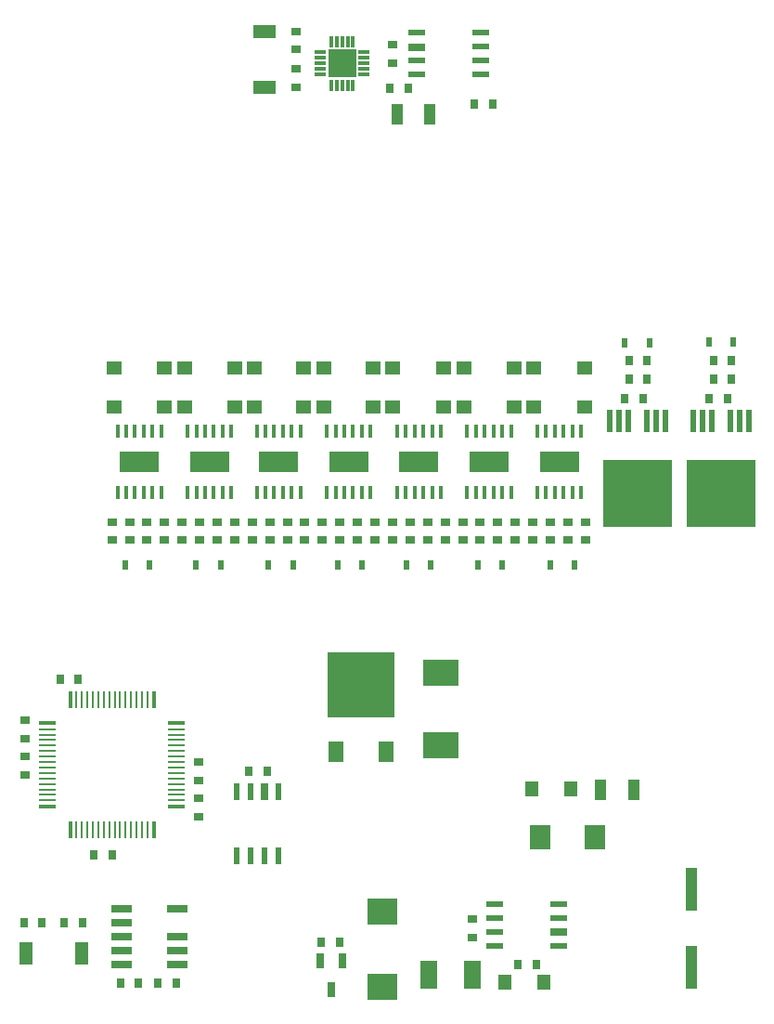
<source format=gtp>
G04 #@! TF.GenerationSoftware,KiCad,Pcbnew,(5.0.0-rc2-dev-130-g0bdae22af-dirty)*
G04 #@! TF.CreationDate,2018-10-04T20:05:19+03:00*
G04 #@! TF.ProjectId,ccu,6363752E6B696361645F706362000000,rev?*
G04 #@! TF.SameCoordinates,Original*
G04 #@! TF.FileFunction,Paste,Top*
G04 #@! TF.FilePolarity,Positive*
%FSLAX46Y46*%
G04 Gerber Fmt 4.6, Leading zero omitted, Abs format (unit mm)*
G04 Created by KiCad (PCBNEW (5.0.0-rc2-dev-130-g0bdae22af-dirty)) date Thu Oct  4 20:05:19 2018*
%MOMM*%
%LPD*%
G01*
G04 APERTURE LIST*
%ADD10R,0.700000X1.350000*%
%ADD11R,0.939800X0.762000*%
%ADD12R,0.762000X0.939800*%
%ADD13R,1.399540X1.297940*%
%ADD14R,0.400000X1.200000*%
%ADD15R,3.600000X1.900000*%
%ADD16R,1.297940X1.399540*%
%ADD17R,1.900000X2.179320*%
%ADD18R,3.300000X2.400000*%
%ADD19R,0.998220X1.899920*%
%ADD20R,1.905000X0.635000*%
%ADD21R,1.600000X2.600000*%
%ADD22R,0.398780X1.498600*%
%ADD23R,0.279400X1.498600*%
%ADD24R,1.498600X0.398780*%
%ADD25R,1.498600X0.279400*%
%ADD26R,1.524000X0.600000*%
%ADD27R,1.524000X0.635000*%
%ADD28R,1.300000X2.000000*%
%ADD29R,2.000000X1.300000*%
%ADD30R,0.998220X3.997960*%
%ADD31R,2.700000X2.400000*%
%ADD32R,0.600000X1.524000*%
%ADD33R,0.635000X1.524000*%
%ADD34R,0.300000X1.000000*%
%ADD35R,2.500000X2.500000*%
%ADD36R,1.000000X0.300000*%
%ADD37R,6.300000X6.100000*%
%ADD38R,0.600000X2.000000*%
%ADD39R,1.400000X1.900000*%
%ADD40R,6.100000X5.970000*%
%ADD41R,0.630000X0.830000*%
G04 APERTURE END LIST*
D10*
X159100000Y-135000000D03*
X157100000Y-135000000D03*
X158100000Y-137600000D03*
D11*
X171000000Y-132838200D03*
X171000000Y-131161800D03*
D12*
X175161800Y-135300000D03*
X176838200Y-135300000D03*
X158838200Y-133300000D03*
X157161800Y-133300000D03*
X152238200Y-117700000D03*
X150561800Y-117700000D03*
X165138200Y-55500000D03*
X163461800Y-55500000D03*
D11*
X142900000Y-94961800D03*
X142900000Y-96638200D03*
X149300000Y-96638200D03*
X149300000Y-94961800D03*
X155700000Y-94961800D03*
X155700000Y-96638200D03*
X162100000Y-96638200D03*
X162100000Y-94961800D03*
X168500000Y-94961800D03*
X168500000Y-96638200D03*
X174900000Y-96638200D03*
X174900000Y-94961800D03*
X181300000Y-96638200D03*
X181300000Y-94961800D03*
D13*
X142900000Y-84465300D03*
X142900000Y-80934700D03*
X138300000Y-80934700D03*
X138300000Y-84465300D03*
X149300000Y-80934700D03*
X149300000Y-84465300D03*
X144700000Y-80934700D03*
X144700000Y-84465300D03*
X155600000Y-84465300D03*
X155600000Y-80934700D03*
X151100000Y-80934700D03*
X151100000Y-84465300D03*
X161900000Y-84465300D03*
X161900000Y-80934700D03*
X157400000Y-80934700D03*
X157400000Y-84465300D03*
X168400000Y-80934700D03*
X168400000Y-84465300D03*
X163700000Y-80934700D03*
X163700000Y-84465300D03*
X174800000Y-84465300D03*
X174800000Y-80934700D03*
X170200000Y-84465300D03*
X170200000Y-80934700D03*
D12*
X140538200Y-137000000D03*
X138861800Y-137000000D03*
X142261800Y-137000000D03*
X143938200Y-137000000D03*
X194638200Y-82000000D03*
X192961800Y-82000000D03*
X192561800Y-83700000D03*
X194238200Y-83700000D03*
D11*
X139700000Y-94961800D03*
X139700000Y-96638200D03*
X138100000Y-94961800D03*
X138100000Y-96638200D03*
X141300000Y-94961800D03*
X141300000Y-96638200D03*
X146100000Y-94961800D03*
X146100000Y-96638200D03*
X144500000Y-94961800D03*
X144500000Y-96638200D03*
X147700000Y-94961800D03*
X147700000Y-96638200D03*
X152500000Y-94961800D03*
X152500000Y-96638200D03*
X158900000Y-96638200D03*
X158900000Y-94961800D03*
X157300000Y-94961800D03*
X157300000Y-96638200D03*
X160500000Y-94961800D03*
X160500000Y-96638200D03*
X165300000Y-96638200D03*
X165300000Y-94961800D03*
X163700000Y-94961800D03*
X163700000Y-96638200D03*
X166900000Y-94961800D03*
X166900000Y-96638200D03*
X171700000Y-96638200D03*
X171700000Y-94961800D03*
X170100000Y-94961800D03*
X170100000Y-96638200D03*
X173300000Y-94961800D03*
X173300000Y-96638200D03*
D14*
X138600000Y-92300000D03*
X139400000Y-92300000D03*
X140200000Y-92300000D03*
X141000000Y-92300000D03*
X141800000Y-92300000D03*
X142600000Y-92300000D03*
X142600000Y-86700000D03*
X141800000Y-86700000D03*
X141000000Y-86700000D03*
X140200000Y-86700000D03*
X139400000Y-86700000D03*
X138600000Y-86700000D03*
D15*
X140600000Y-89500000D03*
D14*
X145000000Y-92300000D03*
X145800000Y-92300000D03*
X146600000Y-92300000D03*
X147400000Y-92300000D03*
X148200000Y-92300000D03*
X149000000Y-92300000D03*
X149000000Y-86700000D03*
X148200000Y-86700000D03*
X147400000Y-86700000D03*
X146600000Y-86700000D03*
X145800000Y-86700000D03*
X145000000Y-86700000D03*
D15*
X147000000Y-89500000D03*
X159700000Y-89500000D03*
D14*
X157700000Y-86700000D03*
X158500000Y-86700000D03*
X159300000Y-86700000D03*
X160100000Y-86700000D03*
X160900000Y-86700000D03*
X161700000Y-86700000D03*
X161700000Y-92300000D03*
X160900000Y-92300000D03*
X160100000Y-92300000D03*
X159300000Y-92300000D03*
X158500000Y-92300000D03*
X157700000Y-92300000D03*
D15*
X166100000Y-89500000D03*
D14*
X164100000Y-86700000D03*
X164900000Y-86700000D03*
X165700000Y-86700000D03*
X166500000Y-86700000D03*
X167300000Y-86700000D03*
X168100000Y-86700000D03*
X168100000Y-92300000D03*
X167300000Y-92300000D03*
X166500000Y-92300000D03*
X165700000Y-92300000D03*
X164900000Y-92300000D03*
X164100000Y-92300000D03*
D15*
X172500000Y-89500000D03*
D14*
X170500000Y-86700000D03*
X171300000Y-86700000D03*
X172100000Y-86700000D03*
X172900000Y-86700000D03*
X173700000Y-86700000D03*
X174500000Y-86700000D03*
X174500000Y-92300000D03*
X173700000Y-92300000D03*
X172900000Y-92300000D03*
X172100000Y-92300000D03*
X171300000Y-92300000D03*
X170500000Y-92300000D03*
D12*
X133361800Y-109300000D03*
X135038200Y-109300000D03*
D11*
X130200000Y-114738200D03*
X130200000Y-113061800D03*
X146000000Y-118538200D03*
X146000000Y-116861800D03*
X130200000Y-116361800D03*
X130200000Y-118038200D03*
D12*
X138138200Y-125300000D03*
X136461800Y-125300000D03*
D11*
X146000000Y-120123600D03*
X146000000Y-121800000D03*
D12*
X131738200Y-131500000D03*
X130061800Y-131500000D03*
X135438200Y-131500000D03*
X133761800Y-131500000D03*
D11*
X154900000Y-55338200D03*
X154900000Y-53661800D03*
X154900000Y-51938200D03*
X154900000Y-50261800D03*
X163700000Y-53138200D03*
X163700000Y-51461800D03*
D16*
X179965300Y-119300000D03*
X176434700Y-119300000D03*
D17*
X177200000Y-123700000D03*
X182200000Y-123700000D03*
D16*
X177465300Y-136900000D03*
X173934700Y-136900000D03*
D18*
X168100000Y-115300000D03*
X168100000Y-108700000D03*
D19*
X167098600Y-57800000D03*
X164101400Y-57800000D03*
X182701400Y-119400000D03*
X185698600Y-119400000D03*
D20*
X144040000Y-135340000D03*
X138960000Y-135340000D03*
X144040000Y-134070000D03*
X138960000Y-134070000D03*
X144040000Y-132800000D03*
X138960000Y-132800000D03*
X138960000Y-131530000D03*
X144040000Y-130260000D03*
X138960000Y-130260000D03*
D21*
X171000000Y-136200000D03*
X167000000Y-136200000D03*
D11*
X150900000Y-96638200D03*
X150900000Y-94961800D03*
X154100000Y-96638200D03*
X154100000Y-94961800D03*
X178100000Y-94961800D03*
X178100000Y-96638200D03*
X176500000Y-96638200D03*
X176500000Y-94961800D03*
X179700000Y-94961800D03*
X179700000Y-96638200D03*
D22*
X141910000Y-111202120D03*
D23*
X141348660Y-111202120D03*
X140848280Y-111202120D03*
X140347900Y-111202120D03*
X139847520Y-111202120D03*
X139349680Y-111202120D03*
X138849300Y-111202120D03*
X138348920Y-111202120D03*
X137851080Y-111202120D03*
X137350700Y-111202120D03*
X136850320Y-111202120D03*
X136352480Y-111202120D03*
X135852100Y-111202120D03*
X135351720Y-111202120D03*
X134851340Y-111202120D03*
D22*
X134290000Y-111202120D03*
D24*
X132202120Y-113290000D03*
D25*
X132202120Y-113851340D03*
X132202120Y-114351720D03*
X132202120Y-114852100D03*
X132202120Y-115352480D03*
X132202120Y-115850320D03*
X132202120Y-116350700D03*
X132202120Y-116851080D03*
X132202120Y-117348920D03*
X132202120Y-117849300D03*
X132202120Y-118349680D03*
X132202120Y-118847520D03*
X132202120Y-119347900D03*
X132202120Y-119848280D03*
X132202120Y-120348660D03*
D24*
X132202120Y-120910000D03*
D22*
X134290000Y-122997880D03*
D23*
X134851340Y-122997880D03*
X135351720Y-122997880D03*
X135852100Y-122997880D03*
X136352480Y-122997880D03*
X136850320Y-122997880D03*
X137350700Y-122997880D03*
X137851080Y-122997880D03*
X138348920Y-122997880D03*
X138849300Y-122997880D03*
X139349680Y-122997880D03*
X139847520Y-122997880D03*
X140347900Y-122997880D03*
X140848280Y-122997880D03*
X141348660Y-122997880D03*
D22*
X141910000Y-122997880D03*
D24*
X143997880Y-120910000D03*
D25*
X143997880Y-120348660D03*
X143997880Y-119848280D03*
X143997880Y-119347900D03*
X143997880Y-118847520D03*
X143997880Y-118349680D03*
X143997880Y-117849300D03*
X143997880Y-117348920D03*
X143997880Y-116851080D03*
X143997880Y-116350700D03*
X143997880Y-115850320D03*
X143997880Y-115352480D03*
X143997880Y-114852100D03*
X143997880Y-114351720D03*
X143997880Y-113851340D03*
D24*
X143997880Y-113290000D03*
D26*
X165879000Y-50395000D03*
D27*
X165879000Y-51700000D03*
D26*
X165879000Y-52935000D03*
X165879000Y-54205000D03*
X171721000Y-54205000D03*
X171721000Y-52935000D03*
X171721000Y-51665000D03*
X171721000Y-50395000D03*
D14*
X151300000Y-92300000D03*
X152100000Y-92300000D03*
X152900000Y-92300000D03*
X153700000Y-92300000D03*
X154500000Y-92300000D03*
X155300000Y-92300000D03*
X155300000Y-86700000D03*
X154500000Y-86700000D03*
X153700000Y-86700000D03*
X152900000Y-86700000D03*
X152100000Y-86700000D03*
X151300000Y-86700000D03*
D15*
X153300000Y-89500000D03*
X178900000Y-89500000D03*
D14*
X176900000Y-86700000D03*
X177700000Y-86700000D03*
X178500000Y-86700000D03*
X179300000Y-86700000D03*
X180100000Y-86700000D03*
X180900000Y-86700000D03*
X180900000Y-92300000D03*
X180100000Y-92300000D03*
X179300000Y-92300000D03*
X178500000Y-92300000D03*
X177700000Y-92300000D03*
X176900000Y-92300000D03*
D26*
X172979000Y-133605000D03*
X172979000Y-132335000D03*
X172979000Y-131065000D03*
X172979000Y-129795000D03*
X178821000Y-129795000D03*
X178821000Y-131065000D03*
D27*
X178821000Y-132300000D03*
D26*
X178821000Y-133605000D03*
D28*
X130220000Y-134300000D03*
X135300000Y-134300000D03*
D29*
X152014666Y-50260000D03*
X152014666Y-55340000D03*
D30*
X191000000Y-128451620D03*
X191000000Y-135548380D03*
D31*
X162800000Y-137300000D03*
X162800000Y-130500000D03*
D13*
X181200000Y-80934700D03*
X181200000Y-84465300D03*
X176600000Y-84465300D03*
X176600000Y-80934700D03*
D32*
X153305000Y-125421000D03*
X152035000Y-125421000D03*
X150765000Y-125421000D03*
X149495000Y-125421000D03*
X149495000Y-119579000D03*
X150765000Y-119579000D03*
D33*
X152000000Y-119579000D03*
D32*
X153305000Y-119579000D03*
D34*
X158100000Y-51200000D03*
X158600000Y-51200000D03*
X159100000Y-51200000D03*
X159600000Y-51200000D03*
X160100000Y-51200000D03*
D35*
X159100000Y-53200000D03*
D36*
X157100000Y-52200000D03*
X157100000Y-52700000D03*
X157100000Y-53200000D03*
X157100000Y-53700000D03*
X157100000Y-54200000D03*
D34*
X158100000Y-55200000D03*
X158600000Y-55200000D03*
X159100000Y-55200000D03*
X159600000Y-55200000D03*
X160100000Y-55200000D03*
D36*
X161100000Y-54200000D03*
X161100000Y-53700000D03*
X161100000Y-53200000D03*
X161100000Y-52700000D03*
X161100000Y-52200000D03*
D37*
X193700000Y-92370000D03*
D38*
X191150000Y-85800000D03*
X192000000Y-85800000D03*
X192850000Y-85800000D03*
X194550000Y-85800000D03*
X195400000Y-85800000D03*
X196250000Y-85800000D03*
D12*
X185261800Y-82000000D03*
X186938200Y-82000000D03*
X186538200Y-83700000D03*
X184861800Y-83700000D03*
D37*
X186060000Y-92370000D03*
D38*
X183510000Y-85800000D03*
X184360000Y-85800000D03*
X185210000Y-85800000D03*
X186910000Y-85800000D03*
X187760000Y-85800000D03*
X188610000Y-85800000D03*
D39*
X158510000Y-115885000D03*
X163090000Y-115885000D03*
D40*
X160800000Y-109800000D03*
D12*
X172838200Y-56900000D03*
X171161800Y-56900000D03*
D41*
X192585000Y-78600000D03*
X194815000Y-78600000D03*
X141515000Y-98900000D03*
X139285000Y-98900000D03*
X145785000Y-98900000D03*
X148015000Y-98900000D03*
X154615000Y-98900000D03*
X152385000Y-98900000D03*
X158685000Y-98900000D03*
X160915000Y-98900000D03*
X167215000Y-98900000D03*
X164985000Y-98900000D03*
X187115000Y-78700000D03*
X184885000Y-78700000D03*
X171485000Y-98900000D03*
X173715000Y-98900000D03*
X180315000Y-98900000D03*
X178085000Y-98900000D03*
D12*
X192961800Y-80300000D03*
X194638200Y-80300000D03*
X186938200Y-80300000D03*
X185261800Y-80300000D03*
M02*

</source>
